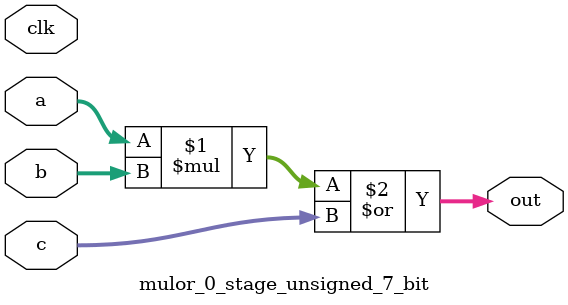
<source format=sv>
(* use_dsp = "yes" *) module mulor_0_stage_unsigned_7_bit(
	input  [6:0] a,
	input  [6:0] b,
	input  [6:0] c,
	output [6:0] out,
	input clk);

	assign out = (a * b) | c;
endmodule

</source>
